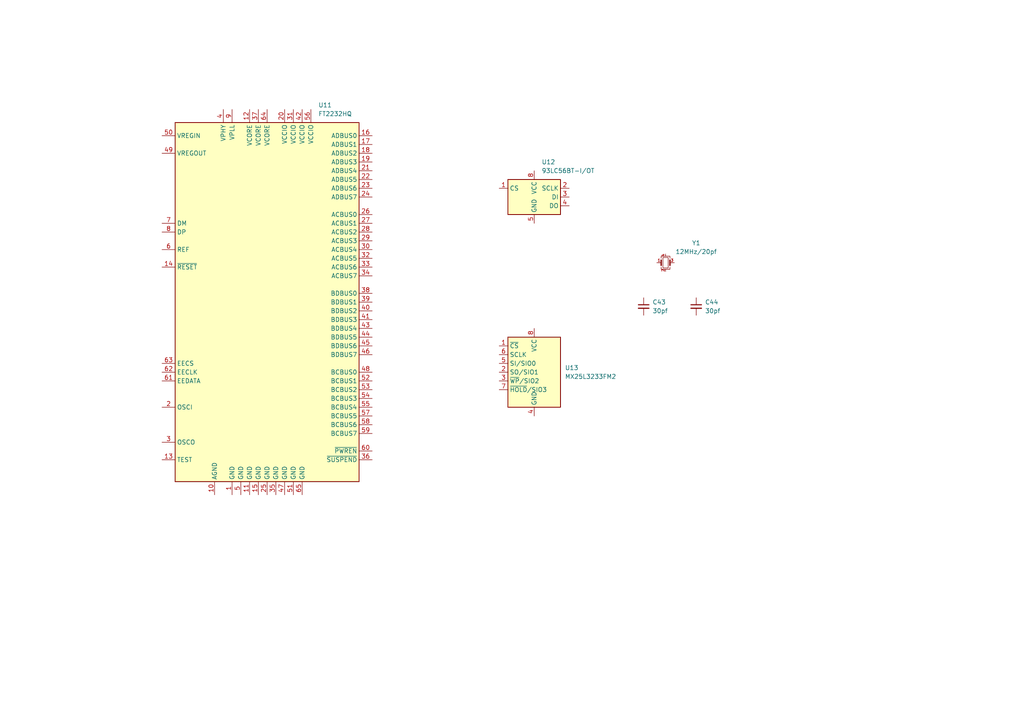
<source format=kicad_sch>
(kicad_sch (version 20250114) (generator "eeschema") (generator_version "9.0")
  (paper "A4")
  (lib_symbols
    (symbol "!Misc:93LC56BT-I/OT"
      (property "Reference" "U" (at -7.62 6.35 0))
      (property "Value" "93LC56BT-I/OT" (at 2.54 -6.35 0))
      (symbol "93LC56BT-I/OT_1_1"
        (rectangle (start -7.62 5.08) (end 7.62 -5.08) (stroke (width 0.254)) (fill (type background)))
        (pin input line (at -10.16 2.54 0) (length 2.54) (name "CS") (number "1"))
        (pin no_connect line (at -7.62 0 0) (length 2.54) (hide yes) (name "NC") (number "6"))
        (pin no_connect line (at -7.62 -2.54 0) (length 2.54) (hide yes) (name "NC") (number "7"))
        (pin power_in line (at 0 7.62 270) (length 2.54) (name "VCC") (number "8"))
        (pin power_in line (at 0 -7.62 90) (length 2.54) (name "GND") (number "5"))
        (pin input line (at 10.16 2.54 180) (length 2.54) (name "SCLK") (number "2"))
        (pin input line (at 10.16 0 180) (length 2.54) (name "DI") (number "3"))
        (pin tri_state line (at 10.16 -2.54 180) (length 2.54) (name "DO") (number "4"))
      )
    )
    (symbol "!Misc:C_30pf_0603" (pin_numbers (hide yes)) (pin_names (offset 0.254) (hide yes))
      (property "Reference" "C" (at 0.254 1.778 0))
      (property "Value" "30pf" (at 0.254 -2.032 0))
      (symbol "C_30pf_0603_0_1"
        (polyline (pts (xy -1.524 0.508) (xy 1.524 0.508)) (stroke (width 0.3048)))
        (polyline (pts (xy -1.524 -0.508) (xy 1.524 -0.508)) (stroke (width 0.3302)))
      )
      (symbol "C_30pf_0603_1_1"
        (pin passive line (at 0 2.54 270) (length 2.032) (name "~") (number "1"))
        (pin passive line (at 0 -2.54 90) (length 2.032) (name "~") (number "2"))
      )
    )
    (symbol "!Misc:Crystal_12MHz" (pin_names (offset 1.016) (hide yes))
      (property "Reference" "Y" (at 1.27 4.445 0))
      (property "Value" "12MHz/20pf" (at 1.27 2.54 0))
      (symbol "Crystal_12MHz_0_1"
        (polyline (pts (xy -1.27 1.27) (xy -1.27 1.905) (xy 1.27 1.905) (xy 1.27 1.27)))
        (polyline (pts (xy -1.27 -0.762) (xy -1.27 0.762)) (stroke (width 0.381)))
        (polyline (pts (xy -1.27 -1.27) (xy -1.27 -1.905) (xy 1.27 -1.905) (xy 1.27 -1.27)))
        (rectangle (start -0.762 -1.524) (end 0.762 1.524))
        (polyline (pts (xy 1.27 -0.762) (xy 1.27 0.762)) (stroke (width 0.381)))
      )
      (symbol "Crystal_12MHz_1_1"
        (pin passive line (at -2.54 0 0) (length 1.27) (name "1") (number "1"))
        (pin passive line (at 0 2.54 270) (length 0.635) (name "4") (number "4"))
        (pin passive line (at 0 -2.54 90) (length 0.635) (name "2") (number "2"))
        (pin passive line (at 2.54 0 180) (length 1.27) (name "3") (number "3"))
      )
    )
    (symbol "!Misc:FT2232HQ"
      (property "Reference" "U" (at -26.67 53.34 0))
      (property "Value" "FT2232HQ" (at 19.05 53.34 0))
      (symbol "FT2232HQ_0_1"
        (rectangle (start -26.67 52.07) (end 26.67 -52.07) (stroke (width 0.254)) (fill (type background)))
      )
      (symbol "FT2232HQ_1_1"
        (pin power_in line (at -30.48 48.26 0) (length 3.81) (name "VREGIN") (number "50"))
        (pin power_out line (at -30.48 43.18 0) (length 3.81) (name "VREGOUT") (number "49"))
        (pin bidirectional line (at -30.48 22.86 0) (length 3.81) (name "DM") (number "7"))
        (pin bidirectional line (at -30.48 20.32 0) (length 3.81) (name "DP") (number "8"))
        (pin output line (at -30.48 15.24 0) (length 3.81) (name "REF") (number "6"))
        (pin input line (at -30.48 10.16 0) (length 3.81) (name "~{RESET}") (number "14"))
        (pin output line (at -30.48 -17.78 0) (length 3.81) (name "EECS") (number "63"))
        (pin output line (at -30.48 -20.32 0) (length 3.81) (name "EECLK") (number "62"))
        (pin bidirectional line (at -30.48 -22.86 0) (length 3.81) (name "EEDATA") (number "61"))
        (pin input line (at -30.48 -30.48 0) (length 3.81) (name "OSCI") (number "2"))
        (pin output line (at -30.48 -40.64 0) (length 3.81) (name "OSCO") (number "3"))
        (pin input line (at -30.48 -45.72 0) (length 3.81) (name "TEST") (number "13"))
        (pin power_in line (at -15.24 -55.88 90) (length 3.81) (name "AGND") (number "10"))
        (pin power_in line (at -12.7 55.88 270) (length 3.81) (name "VPHY") (number "4"))
        (pin input line (at -10.16 55.88 270) (length 3.81) (name "VPLL") (number "9"))
        (pin power_in line (at -10.16 -55.88 90) (length 3.81) (name "GND") (number "1"))
        (pin power_in line (at -7.62 -55.88 90) (length 3.81) (name "GND") (number "5"))
        (pin power_in line (at -5.08 55.88 270) (length 3.81) (name "VCORE") (number "12"))
        (pin power_in line (at -5.08 -55.88 90) (length 3.81) (name "GND") (number "11"))
        (pin power_in line (at -2.54 55.88 270) (length 3.81) (name "VCORE") (number "37"))
        (pin power_in line (at -2.54 -55.88 90) (length 3.81) (name "GND") (number "15"))
        (pin power_in line (at 0 55.88 270) (length 3.81) (name "VCORE") (number "64"))
        (pin power_in line (at 0 -55.88 90) (length 3.81) (name "GND") (number "25"))
        (pin power_in line (at 2.54 -55.88 90) (length 3.81) (name "GND") (number "35"))
        (pin power_in line (at 5.08 55.88 270) (length 3.81) (name "VCCIO") (number "20"))
        (pin power_in line (at 5.08 -55.88 90) (length 3.81) (name "GND") (number "47"))
        (pin power_in line (at 7.62 55.88 270) (length 3.81) (name "VCCIO") (number "31"))
        (pin power_in line (at 7.62 -55.88 90) (length 3.81) (name "GND") (number "51"))
        (pin power_in line (at 10.16 55.88 270) (length 3.81) (name "VCCIO") (number "42"))
        (pin power_in line (at 10.16 -55.88 90) (length 3.81) (name "GND") (number "65"))
        (pin power_in line (at 12.7 55.88 270) (length 3.81) (name "VCCIO") (number "56"))
        (pin bidirectional line (at 30.48 48.26 180) (length 3.81) (name "ADBUS0") (number "16"))
        (pin bidirectional line (at 30.48 45.72 180) (length 3.81) (name "ADBUS1") (number "17"))
        (pin bidirectional line (at 30.48 43.18 180) (length 3.81) (name "ADBUS2") (number "18"))
        (pin bidirectional line (at 30.48 40.64 180) (length 3.81) (name "ADBUS3") (number "19"))
        (pin bidirectional line (at 30.48 38.1 180) (length 3.81) (name "ADBUS4") (number "21"))
        (pin bidirectional line (at 30.48 35.56 180) (length 3.81) (name "ADBUS5") (number "22"))
        (pin bidirectional line (at 30.48 33.02 180) (length 3.81) (name "ADBUS6") (number "23"))
        (pin bidirectional line (at 30.48 30.48 180) (length 3.81) (name "ADBUS7") (number "24"))
        (pin bidirectional line (at 30.48 25.4 180) (length 3.81) (name "ACBUS0") (number "26"))
        (pin bidirectional line (at 30.48 22.86 180) (length 3.81) (name "ACBUS1") (number "27"))
        (pin bidirectional line (at 30.48 20.32 180) (length 3.81) (name "ACBUS2") (number "28"))
        (pin bidirectional line (at 30.48 17.78 180) (length 3.81) (name "ACBUS3") (number "29"))
        (pin bidirectional line (at 30.48 15.24 180) (length 3.81) (name "ACBUS4") (number "30"))
        (pin bidirectional line (at 30.48 12.7 180) (length 3.81) (name "ACBUS5") (number "32"))
        (pin bidirectional line (at 30.48 10.16 180) (length 3.81) (name "ACBUS6") (number "33"))
        (pin bidirectional line (at 30.48 7.62 180) (length 3.81) (name "ACBUS7") (number "34"))
        (pin bidirectional line (at 30.48 2.54 180) (length 3.81) (name "BDBUS0") (number "38"))
        (pin bidirectional line (at 30.48 0 180) (length 3.81) (name "BDBUS1") (number "39"))
        (pin bidirectional line (at 30.48 -2.54 180) (length 3.81) (name "BDBUS2") (number "40"))
        (pin bidirectional line (at 30.48 -5.08 180) (length 3.81) (name "BDBUS3") (number "41"))
        (pin bidirectional line (at 30.48 -7.62 180) (length 3.81) (name "BDBUS4") (number "43"))
        (pin bidirectional line (at 30.48 -10.16 180) (length 3.81) (name "BDBUS5") (number "44"))
        (pin bidirectional line (at 30.48 -12.7 180) (length 3.81) (name "BDBUS6") (number "45"))
        (pin bidirectional line (at 30.48 -15.24 180) (length 3.81) (name "BDBUS7") (number "46"))
        (pin bidirectional line (at 30.48 -20.32 180) (length 3.81) (name "BCBUS0") (number "48"))
        (pin bidirectional line (at 30.48 -22.86 180) (length 3.81) (name "BCBUS1") (number "52"))
        (pin bidirectional line (at 30.48 -25.4 180) (length 3.81) (name "BCBUS2") (number "53"))
        (pin bidirectional line (at 30.48 -27.94 180) (length 3.81) (name "BCBUS3") (number "54"))
        (pin bidirectional line (at 30.48 -30.48 180) (length 3.81) (name "BCBUS4") (number "55"))
        (pin bidirectional line (at 30.48 -33.02 180) (length 3.81) (name "BCBUS5") (number "57"))
        (pin bidirectional line (at 30.48 -35.56 180) (length 3.81) (name "BCBUS6") (number "58"))
        (pin bidirectional line (at 30.48 -38.1 180) (length 3.81) (name "BCBUS7") (number "59"))
        (pin output line (at 30.48 -43.18 180) (length 3.81) (name "~{PWREN}") (number "60"))
        (pin output line (at 30.48 -45.72 180) (length 3.81) (name "~{SUSPEND}") (number "36"))
      )
    )
    (symbol "!Misc:MX25L3233FM2"
      (property "Reference" "U" (at -6.35 11.43 0))
      (property "Value" "MX25L3233FM2" (at 10.16 11.43 0))
      (symbol "MX25L3233FM2_0_1"
        (rectangle (start -7.62 10.16) (end 7.62 -10.16) (stroke (width 0.254)) (fill (type background)))
      )
      (symbol "MX25L3233FM2_1_1"
        (pin input line (at -10.16 7.62 0) (length 2.54) (name "~{CS}") (number "1"))
        (pin input line (at -10.16 5.08 0) (length 2.54) (name "SCLK") (number "6"))
        (pin bidirectional line (at -10.16 2.54 0) (length 2.54) (name "SI/SIO0") (number "5"))
        (pin bidirectional line (at -10.16 0 0) (length 2.54) (name "SO/SIO1") (number "2"))
        (pin bidirectional line (at -10.16 -2.54 0) (length 2.54) (name "~{WP}/SIO2") (number "3"))
        (pin bidirectional line (at -10.16 -5.08 0) (length 2.54) (name "~{HOLD}/SIO3") (number "7"))
        (pin power_in line (at 0 12.7 270) (length 2.54) (name "VCC") (number "8"))
        (pin power_in line (at 0 -12.7 90) (length 2.54) (name "GND") (number "4"))
      )
    )
  )
  (symbol (lib_id "!Misc:93LC56BT-I/OT") (at 154.94 57.15 0) (unit 1)
    (property "Reference" "U12" (at 157.0833 46.99 0) (effects (justify left)))
    (property "Value" "93LC56BT-I/OT" (at 157.0833 49.53 0) (effects (justify left)))
    (property "Footprint" "Package_TO_SOT_SMD:SOT-23-6" (effects (hide yes)))
    (property "Datasheet" "http://ww1.microchip.com/downloads/en/DeviceDoc/20001749K.pdf" (effects (hide yes)))
    (property "Description" "Serial EEPROM, 93 Series, 2.5V, DIP-8/SOIC-8" (effects (hide yes)))
    (property "LCSC Part #" "C190271" (effects (hide yes)))
    (property "Digi-Key Part Number" "93LC56BT-I/OTCT-ND" (effects (hide yes)))
  )
  (symbol (lib_id "!Misc:C_30pf_0603") (at 186.69 88.9 0) (unit 1)
    (property "Reference" "C43" (at 189.23 87.6362 0) (effects (justify left)))
    (property "Value" "30pf" (at 189.23 90.1762 0) (effects (justify left)))
    (property "Footprint" "Capacitor_SMD:C_0603_1608Metric" (effects (hide yes)))
    (property "Description" "Unpolarized capacitor 30pf 0603 50v" (effects (hide yes)))
    (property "LCSC Part #" "C1658" (effects (hide yes)))
    (property "Digi-Key Part Number" "490-14763-1-ND" (effects (hide yes)))
  )
  (symbol (lib_id "!Misc:FT2232HQ") (at 77.47 87.63 0) (unit 1)
    (property "Reference" "U11" (at 92.3133 30.48 0) (effects (justify left)))
    (property "Value" "FT2232HQ" (at 92.3133 33.02 0) (effects (justify left)))
    (property "Footprint" "!Misc:FT2232HQ" (effects (hide yes)))
    (property "Datasheet" "https://ftdichip.com/wp-content/uploads/2024/09/DS_FT2232H.pdf" (effects (hide yes)))
    (property "Description" "Hi Speed Double Channel USB UART/FIFO, QFN-64" (effects (hide yes)))
    (property "LCSC Part #" "C193662 " (effects (hide yes)))
    (property "Digi-Key Part Number" "768-1025-1-ND" (effects (hide yes)))
  )
  (symbol (lib_id "!Misc:Crystal_12MHz") (at 193.04 76.2 0) (unit 1)
    (property "Reference" "Y1" (at 201.93 70.4782 0))
    (property "Value" "12MHz/20pf" (at 201.93 73.0182 0))
    (property "Footprint" "Crystal:Crystal_SMD_3225-4Pin_3.2x2.5mm" (effects (hide yes)))
    (property "Description" "12MHz SMD crystal oscillator 18pF ±10ppm SMD3225-4P  Crystals ROHS" (effects (hide yes)))
    (property "LCSC Part #" "C9002" (effects (hide yes)))
    (property "Digi-Key Part Number" "535-14963-1-ND" (effects (hide yes)))
  )
  (symbol (lib_id "!Misc:C_30pf_0603") (at 201.93 88.9 0) (unit 1)
    (property "Reference" "C44" (at 204.47 87.6362 0) (effects (justify left)))
    (property "Value" "30pf" (at 204.47 90.1762 0) (effects (justify left)))
    (property "Footprint" "Capacitor_SMD:C_0603_1608Metric" (effects (hide yes)))
    (property "Description" "Unpolarized capacitor 30pf 0603 50v" (effects (hide yes)))
    (property "LCSC Part #" "C1658" (effects (hide yes)))
    (property "Digi-Key Part Number" "490-14763-1-ND" (effects (hide yes)))
  )
  (symbol (lib_id "!Misc:MX25L3233FM2") (at 154.94 107.95 0) (unit 1)
    (property "Reference" "U13" (at 163.83 106.6799 0) (effects (justify left)))
    (property "Value" "MX25L3233FM2" (at 163.83 109.2199 0) (effects (justify left)))
    (property "Footprint" "Package_SO:SOIC-8_5.3x5.3mm_P1.27mm" (effects (hide yes)))
    (property "Datasheet" "https://www.macronix.com/Lists/Datasheet/Attachments/8933/MX25L3233F,%203V,%2032Mb,%20v1.7.pdf" (effects (hide yes)))
    (property "Description" "32-Mbit, 3V (2.65V-3.6V) SPI Serial Flash Memory, SOIC-8 (SOP-8, 208 mil)" (effects (hide yes)))
    (property "LCSC Part #" "C190802" (effects (hide yes)))
    (property "Digi-Key Part Number" "MX25L3233FM2I-08G-ND" (effects (hide yes)))
  )
)
</source>
